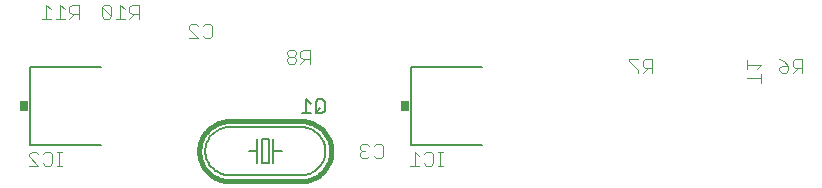
<source format=gbl>
G75*
G70*
%OFA0B0*%
%FSLAX24Y24*%
%IPPOS*%
%LPD*%
%AMOC8*
5,1,8,0,0,1.08239X$1,22.5*
%
%ADD10C,0.0160*%
%ADD11C,0.0060*%
%ADD12C,0.0050*%
%ADD13C,0.0080*%
%ADD14C,0.0040*%
%ADD15R,0.0300X0.0340*%
D10*
X011701Y002347D02*
X014101Y002347D01*
X014163Y002349D01*
X014224Y002355D01*
X014285Y002364D01*
X014345Y002377D01*
X014404Y002394D01*
X014462Y002415D01*
X014519Y002439D01*
X014574Y002466D01*
X014627Y002497D01*
X014679Y002531D01*
X014728Y002568D01*
X014775Y002608D01*
X014819Y002651D01*
X014860Y002696D01*
X014899Y002744D01*
X014935Y002795D01*
X014967Y002847D01*
X014996Y002901D01*
X015022Y002957D01*
X015044Y003015D01*
X015063Y003073D01*
X015078Y003133D01*
X015089Y003194D01*
X015097Y003255D01*
X015101Y003316D01*
X015101Y003378D01*
X015097Y003439D01*
X015089Y003500D01*
X015078Y003561D01*
X015063Y003621D01*
X015044Y003679D01*
X015022Y003737D01*
X014996Y003793D01*
X014967Y003847D01*
X014935Y003899D01*
X014899Y003950D01*
X014860Y003998D01*
X014819Y004043D01*
X014775Y004086D01*
X014728Y004126D01*
X014679Y004163D01*
X014627Y004197D01*
X014574Y004228D01*
X014519Y004255D01*
X014462Y004279D01*
X014404Y004300D01*
X014345Y004317D01*
X014285Y004330D01*
X014224Y004339D01*
X014163Y004345D01*
X014101Y004347D01*
X011701Y004347D01*
X011639Y004345D01*
X011578Y004339D01*
X011517Y004330D01*
X011457Y004317D01*
X011398Y004300D01*
X011340Y004279D01*
X011283Y004255D01*
X011228Y004228D01*
X011175Y004197D01*
X011123Y004163D01*
X011074Y004126D01*
X011027Y004086D01*
X010983Y004043D01*
X010942Y003998D01*
X010903Y003950D01*
X010867Y003899D01*
X010835Y003847D01*
X010806Y003793D01*
X010780Y003737D01*
X010758Y003679D01*
X010739Y003621D01*
X010724Y003561D01*
X010713Y003500D01*
X010705Y003439D01*
X010701Y003378D01*
X010701Y003316D01*
X010705Y003255D01*
X010713Y003194D01*
X010724Y003133D01*
X010739Y003073D01*
X010758Y003015D01*
X010780Y002957D01*
X010806Y002901D01*
X010835Y002847D01*
X010867Y002795D01*
X010903Y002744D01*
X010942Y002696D01*
X010983Y002651D01*
X011027Y002608D01*
X011074Y002568D01*
X011123Y002531D01*
X011175Y002497D01*
X011228Y002466D01*
X011283Y002439D01*
X011340Y002415D01*
X011398Y002394D01*
X011457Y002377D01*
X011517Y002364D01*
X011578Y002355D01*
X011639Y002349D01*
X011701Y002347D01*
D11*
X011701Y002547D02*
X014101Y002547D01*
X013171Y002947D02*
X013171Y003347D01*
X013451Y003347D01*
X013171Y003347D02*
X013171Y003747D01*
X013031Y003747D02*
X012781Y003747D01*
X012781Y002947D01*
X013031Y002947D01*
X013031Y003747D01*
X012631Y003747D02*
X012631Y003347D01*
X012631Y002947D01*
X012631Y003347D02*
X012351Y003347D01*
X011701Y004147D02*
X011645Y004145D01*
X011590Y004139D01*
X011535Y004130D01*
X011480Y004116D01*
X011427Y004099D01*
X011376Y004078D01*
X011325Y004053D01*
X011277Y004025D01*
X011231Y003994D01*
X011187Y003960D01*
X011145Y003922D01*
X011106Y003882D01*
X011071Y003840D01*
X011038Y003794D01*
X011008Y003747D01*
X010982Y003698D01*
X010959Y003647D01*
X010940Y003594D01*
X010925Y003541D01*
X010913Y003486D01*
X010905Y003431D01*
X010901Y003375D01*
X010901Y003319D01*
X010905Y003263D01*
X010913Y003208D01*
X010925Y003153D01*
X010940Y003100D01*
X010959Y003047D01*
X010982Y002996D01*
X011008Y002947D01*
X011038Y002900D01*
X011071Y002854D01*
X011106Y002812D01*
X011145Y002772D01*
X011187Y002734D01*
X011231Y002700D01*
X011277Y002669D01*
X011325Y002641D01*
X011376Y002616D01*
X011427Y002595D01*
X011480Y002578D01*
X011535Y002564D01*
X011590Y002555D01*
X011645Y002549D01*
X011701Y002547D01*
X011701Y004147D02*
X014101Y004147D01*
X014157Y004145D01*
X014212Y004139D01*
X014267Y004130D01*
X014322Y004116D01*
X014375Y004099D01*
X014426Y004078D01*
X014477Y004053D01*
X014525Y004025D01*
X014571Y003994D01*
X014615Y003960D01*
X014657Y003922D01*
X014696Y003882D01*
X014731Y003840D01*
X014764Y003794D01*
X014794Y003747D01*
X014820Y003698D01*
X014843Y003647D01*
X014862Y003594D01*
X014877Y003541D01*
X014889Y003486D01*
X014897Y003431D01*
X014901Y003375D01*
X014901Y003319D01*
X014897Y003263D01*
X014889Y003208D01*
X014877Y003153D01*
X014862Y003100D01*
X014843Y003047D01*
X014820Y002996D01*
X014794Y002947D01*
X014764Y002900D01*
X014731Y002854D01*
X014696Y002812D01*
X014657Y002772D01*
X014615Y002734D01*
X014571Y002700D01*
X014525Y002669D01*
X014477Y002641D01*
X014426Y002616D01*
X014375Y002595D01*
X014322Y002578D01*
X014267Y002564D01*
X014212Y002555D01*
X014157Y002549D01*
X014101Y002547D01*
D12*
X014115Y004622D02*
X014415Y004622D01*
X014265Y004622D02*
X014265Y005073D01*
X014415Y004923D01*
X014576Y004998D02*
X014576Y004697D01*
X014651Y004622D01*
X014801Y004622D01*
X014876Y004697D01*
X014876Y004998D01*
X014801Y005073D01*
X014651Y005073D01*
X014576Y004998D01*
X014726Y004773D02*
X014576Y004622D01*
D13*
X017751Y003557D02*
X020111Y003557D01*
X017751Y003557D02*
X017751Y006138D01*
X020111Y006137D01*
X007411Y006137D02*
X005051Y006138D01*
X005051Y003557D01*
X007411Y003557D01*
D14*
X005341Y002867D02*
X005034Y002867D01*
X005341Y002867D02*
X005034Y003174D01*
X005034Y003251D01*
X005111Y003328D01*
X005265Y003328D01*
X005341Y003251D01*
X005495Y003251D02*
X005571Y003328D01*
X005725Y003328D01*
X005802Y003251D01*
X005802Y002944D01*
X005725Y002867D01*
X005571Y002867D01*
X005495Y002944D01*
X005955Y002867D02*
X006108Y002867D01*
X006032Y002867D02*
X006032Y003328D01*
X006108Y003328D02*
X005955Y003328D01*
X010364Y007117D02*
X010670Y007117D01*
X010364Y007424D01*
X010364Y007501D01*
X010440Y007578D01*
X010594Y007578D01*
X010670Y007501D01*
X010824Y007501D02*
X010901Y007578D01*
X011054Y007578D01*
X011131Y007501D01*
X011131Y007194D01*
X011054Y007117D01*
X010901Y007117D01*
X010824Y007194D01*
X008681Y007767D02*
X008681Y008228D01*
X008451Y008228D01*
X008374Y008151D01*
X008374Y007998D01*
X008451Y007921D01*
X008681Y007921D01*
X008527Y007921D02*
X008374Y007767D01*
X008220Y007767D02*
X007914Y007767D01*
X008067Y007767D02*
X008067Y008228D01*
X008220Y008074D01*
X007760Y008151D02*
X007683Y008228D01*
X007530Y008228D01*
X007453Y008151D01*
X007760Y007844D01*
X007683Y007767D01*
X007530Y007767D01*
X007453Y007844D01*
X007453Y008151D01*
X007760Y008151D02*
X007760Y007844D01*
X006681Y007767D02*
X006681Y008228D01*
X006451Y008228D01*
X006374Y008151D01*
X006374Y007998D01*
X006451Y007921D01*
X006681Y007921D01*
X006527Y007921D02*
X006374Y007767D01*
X006220Y007767D02*
X005914Y007767D01*
X006067Y007767D02*
X006067Y008228D01*
X006220Y008074D01*
X005760Y008074D02*
X005607Y008228D01*
X005607Y007767D01*
X005760Y007767D02*
X005453Y007767D01*
X013614Y006651D02*
X013614Y006574D01*
X013690Y006498D01*
X013844Y006498D01*
X013920Y006574D01*
X013920Y006651D01*
X013844Y006728D01*
X013690Y006728D01*
X013614Y006651D01*
X013690Y006498D02*
X013614Y006421D01*
X013614Y006344D01*
X013690Y006267D01*
X013844Y006267D01*
X013920Y006344D01*
X013920Y006421D01*
X013844Y006498D01*
X014074Y006498D02*
X014074Y006651D01*
X014151Y006728D01*
X014381Y006728D01*
X014381Y006267D01*
X014381Y006421D02*
X014151Y006421D01*
X014074Y006498D01*
X014227Y006421D02*
X014074Y006267D01*
X016140Y003578D02*
X016064Y003501D01*
X016064Y003424D01*
X016140Y003348D01*
X016064Y003271D01*
X016064Y003194D01*
X016140Y003117D01*
X016294Y003117D01*
X016370Y003194D01*
X016524Y003194D02*
X016601Y003117D01*
X016754Y003117D01*
X016831Y003194D01*
X016831Y003501D01*
X016754Y003578D01*
X016601Y003578D01*
X016524Y003501D01*
X016370Y003501D02*
X016294Y003578D01*
X016140Y003578D01*
X016140Y003348D02*
X016217Y003348D01*
X017734Y002867D02*
X018041Y002867D01*
X017888Y002867D02*
X017888Y003328D01*
X018041Y003174D01*
X018195Y003251D02*
X018271Y003328D01*
X018425Y003328D01*
X018502Y003251D01*
X018502Y002944D01*
X018425Y002867D01*
X018271Y002867D01*
X018195Y002944D01*
X018655Y002867D02*
X018808Y002867D01*
X018732Y002867D02*
X018732Y003328D01*
X018808Y003328D02*
X018655Y003328D01*
X025034Y006351D02*
X025341Y006044D01*
X025341Y005967D01*
X025495Y005967D02*
X025648Y006121D01*
X025571Y006121D02*
X025802Y006121D01*
X025802Y005967D02*
X025802Y006428D01*
X025571Y006428D01*
X025495Y006351D01*
X025495Y006198D01*
X025571Y006121D01*
X025341Y006428D02*
X025034Y006428D01*
X025034Y006351D01*
X028971Y006385D02*
X028971Y006078D01*
X028971Y006231D02*
X029431Y006231D01*
X029278Y006078D01*
X029431Y005924D02*
X029431Y005617D01*
X029431Y005771D02*
X028971Y005771D01*
X030034Y006044D02*
X030034Y006121D01*
X030111Y006198D01*
X030341Y006198D01*
X030341Y006044D01*
X030264Y005967D01*
X030111Y005967D01*
X030034Y006044D01*
X030188Y006351D02*
X030034Y006428D01*
X030188Y006351D02*
X030341Y006198D01*
X030495Y006198D02*
X030571Y006121D01*
X030802Y006121D01*
X030802Y005967D02*
X030802Y006428D01*
X030571Y006428D01*
X030495Y006351D01*
X030495Y006198D01*
X030648Y006121D02*
X030495Y005967D01*
D15*
X017561Y004847D03*
X004861Y004847D03*
M02*

</source>
